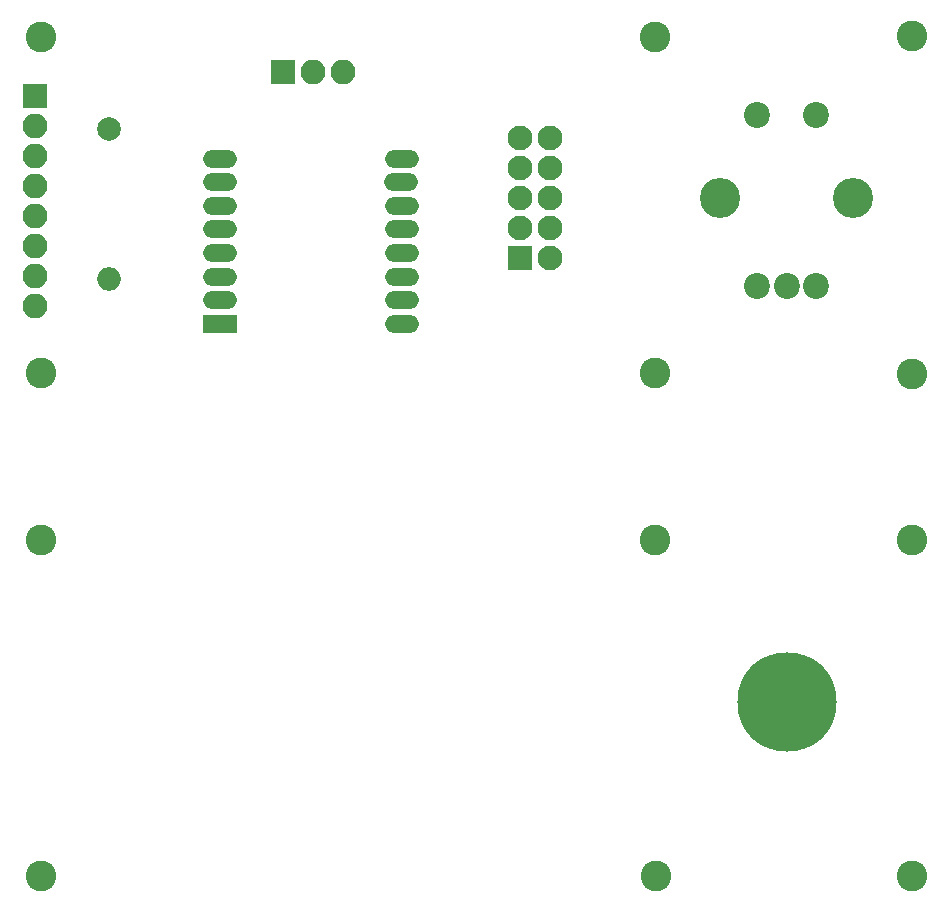
<source format=gts>
G04 #@! TF.FileFunction,Soldermask,Top*
%FSLAX46Y46*%
G04 Gerber Fmt 4.6, Leading zero omitted, Abs format (unit mm)*
G04 Created by KiCad (PCBNEW 4.0.2+dfsg1-stable) date lun 08 gen 2018 09:22:36 CET*
%MOMM*%
G01*
G04 APERTURE LIST*
%ADD10C,0.100000*%
%ADD11C,2.600000*%
%ADD12R,2.900000X1.500000*%
%ADD13O,2.900000X1.500000*%
%ADD14C,2.200000*%
%ADD15C,3.400000*%
%ADD16R,2.100000X2.100000*%
%ADD17C,2.100000*%
%ADD18C,2.000000*%
%ADD19O,2.000000X2.000000*%
%ADD20O,2.100000X2.100000*%
%ADD21C,8.400000*%
G04 APERTURE END LIST*
D10*
D11*
X161747200Y-103784400D03*
X161747200Y-75234800D03*
X161772600Y-117856000D03*
X161772600Y-146304000D03*
D12*
X103186000Y-99568000D03*
D13*
X103186000Y-97568000D03*
X103186000Y-95568000D03*
X103186000Y-93568000D03*
X103186000Y-91568000D03*
X103186000Y-89568000D03*
X103186000Y-87568000D03*
X103186000Y-85568000D03*
X118586000Y-85568000D03*
X118486000Y-87568000D03*
X118586000Y-89568000D03*
X118586000Y-91568000D03*
X118586000Y-93568000D03*
X118586000Y-95568000D03*
X118586000Y-97568000D03*
X118586000Y-99568000D03*
D14*
X148630000Y-81900000D03*
X148630000Y-96400000D03*
X151130000Y-96400000D03*
X153630000Y-96400000D03*
X153630000Y-81900000D03*
D15*
X156730000Y-88900000D03*
X145530000Y-88900000D03*
D16*
X128524000Y-93980000D03*
D17*
X131064000Y-93980000D03*
X128524000Y-91440000D03*
X131064000Y-91440000D03*
X128524000Y-88900000D03*
X131064000Y-88900000D03*
X128524000Y-86360000D03*
X131064000Y-86360000D03*
X128524000Y-83820000D03*
X131064000Y-83820000D03*
D18*
X93726000Y-83058000D03*
D19*
X93726000Y-95758000D03*
D16*
X108458000Y-78232000D03*
D20*
X110998000Y-78232000D03*
X113538000Y-78232000D03*
D21*
X151130000Y-131572000D03*
D11*
X139954000Y-117856000D03*
X140081000Y-146304000D03*
X88011000Y-146304000D03*
X88011000Y-117856000D03*
X140003000Y-103764000D03*
X140003000Y-75264000D03*
X88003000Y-103764000D03*
D16*
X87503000Y-80264000D03*
D20*
X87503000Y-82804000D03*
X87503000Y-85344000D03*
X87503000Y-87884000D03*
X87503000Y-90424000D03*
X87503000Y-92964000D03*
X87503000Y-95504000D03*
X87503000Y-98044000D03*
D11*
X88003000Y-75264000D03*
M02*

</source>
